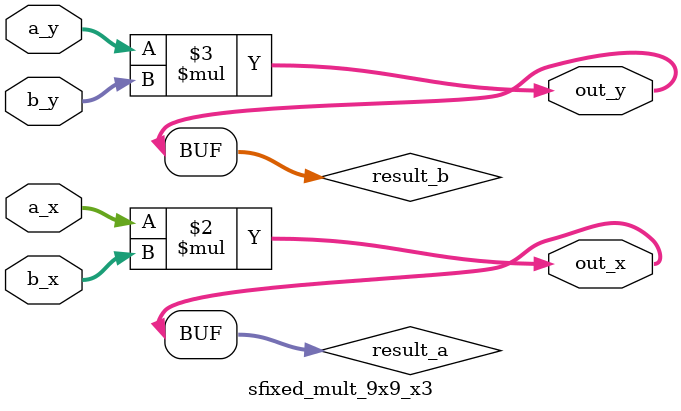
<source format=sv>
module sfixed_mult_9x9_x3 #(
    parameter A_LEFT    = 3, 
    parameter A_RIGHT   = 4,
    parameter B_LEFT    = 3, 
    parameter B_RIGHT   = 4,
    parameter OUT_LEFT  = 7, 
    parameter OUT_RIGHT = 8
) (
    input  logic signed [(A_LEFT+A_RIGHT+1)-1:0]     a_x,   a_y, //   a_z,
    input  logic signed [(B_LEFT+B_RIGHT+1)-1:0]     b_x,   b_y, //   b_z,
    output logic signed [(OUT_LEFT+OUT_RIGHT+1)-1:0] out_x, out_y//, out_z
);
`ifdef COCOTB_SIM
initial begin
    $dumpfile ("sfixed_mult_9x9_x3.vcd");
    $dumpvars (0, sfixed_mult_9x9_x3);
    #1;
end
`endif

localparam A_SIZE      = (A_LEFT+A_RIGHT+1);
localparam B_SIZE      = (B_LEFT+B_RIGHT+1);
localparam OUTPUT_SIZE = (A_LEFT+B_LEFT+1)+(A_RIGHT+B_RIGHT)+1; 

logic signed [OUTPUT_SIZE-1:0] result_a, result_b;
		
always_comb 
begin   
    result_a = a_x * b_x;
    result_b = a_y * b_y;
end

assign out_x = result_a[(A_RIGHT+B_RIGHT)+OUT_LEFT:(A_RIGHT+B_RIGHT)-OUT_RIGHT];
assign out_y = result_b[(A_RIGHT+B_RIGHT)+OUT_LEFT:(A_RIGHT+B_RIGHT)-OUT_RIGHT]; 
    
endmodule

</source>
